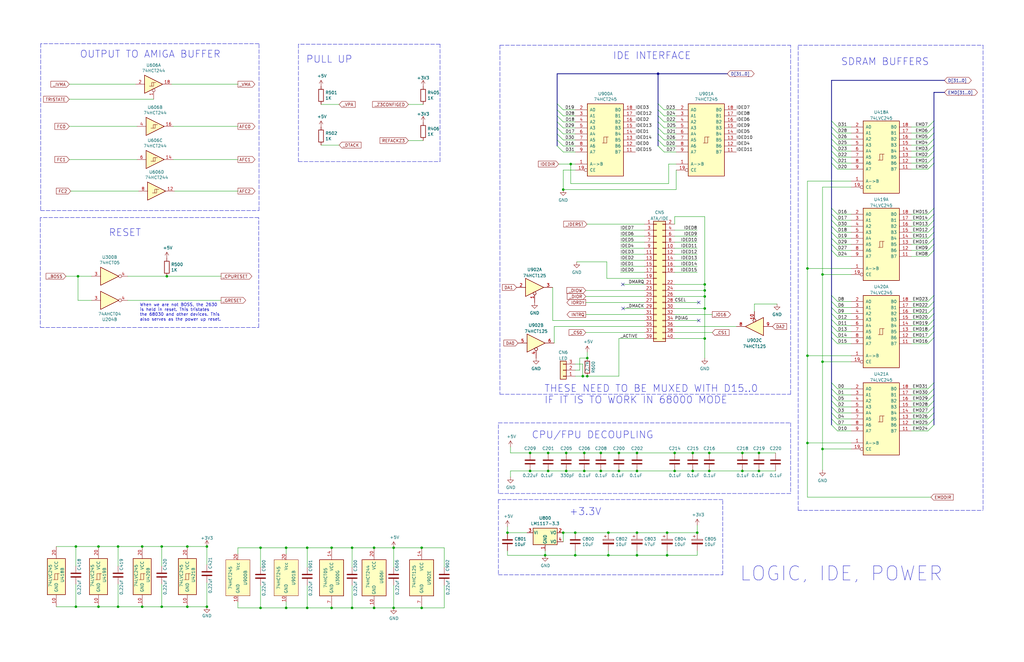
<source format=kicad_sch>
(kicad_sch (version 20211123) (generator eeschema)
  (paper "B")
  (title_block (title "Amiga N2630") (date "2022-05-31") (rev "2.0 QFP"))
  (junction (at 340.487 113.284))
  (junction (at 242.57 224.79))
  (junction (at 245.745 158.75))
  (junction (at 297.18 125.095))
  (junction (at 231.14 198.755))
  (junction (at 68.199 256.032))
  (junction (at 148.463 231.14))
  (junction (at 246.38 191.135))
  (junction (at 238.76 191.135))
  (junction (at 284.48 198.755))
  (junction (at 284.48 191.135))
  (junction (at 231.14 191.135))
  (junction (at 292.1 198.755))
  (junction (at 165.989 231.14))
  (junction (at 41.529 230.632))
  (junction (at 256.54 234.315))
  (junction (at 41.529 256.032))
  (junction (at 297.18 122.555))
  (junction (at 157.734 231.14))
  (junction (at 268.605 224.79))
  (junction (at 32.004 256.032))
  (junction (at 320.04 191.135))
  (junction (at 253.365 191.135))
  (junction (at 299.085 198.755))
  (junction (at 129.54 256.54))
  (junction (at 120.65 231.14))
  (junction (at 277.495 31.115))
  (junction (at 165.989 256.54))
  (junction (at 246.38 198.755))
  (junction (at 32.004 230.632))
  (junction (at 109.855 231.14))
  (junction (at 238.76 198.755))
  (junction (at 32.893 116.586))
  (junction (at 109.855 256.54))
  (junction (at 242.57 234.315))
  (junction (at 346.837 189.484))
  (junction (at 78.994 256.032))
  (junction (at 260.985 198.755))
  (junction (at 297.18 120.015))
  (junction (at 177.8 256.54))
  (junction (at 120.65 256.54))
  (junction (at 223.52 198.755))
  (junction (at 268.605 198.755))
  (junction (at 49.784 230.632))
  (junction (at 346.837 152.654))
  (junction (at 139.827 231.14))
  (junction (at 87.249 256.032))
  (junction (at 313.055 191.135))
  (junction (at 281.305 234.315))
  (junction (at 139.827 256.54))
  (junction (at 49.784 256.032))
  (junction (at 294.005 224.79))
  (junction (at 78.994 230.632))
  (junction (at 129.54 231.14))
  (junction (at 247.65 158.75))
  (junction (at 320.04 198.755))
  (junction (at 213.995 224.79))
  (junction (at 177.8 231.14))
  (junction (at 268.605 191.135))
  (junction (at 247.65 151.13))
  (junction (at 299.085 191.135))
  (junction (at 87.249 230.632))
  (junction (at 148.463 256.54))
  (junction (at 297.18 142.875))
  (junction (at 340.487 186.944))
  (junction (at 237.49 80.01))
  (junction (at 157.734 256.54))
  (junction (at 340.487 150.114))
  (junction (at 292.1 191.135))
  (junction (at 256.54 224.79))
  (junction (at 297.18 130.175))
  (junction (at 346.837 115.824))
  (junction (at 313.055 198.755))
  (junction (at 268.605 234.315))
  (junction (at 229.87 234.315))
  (junction (at 59.944 256.032))
  (junction (at 59.944 230.632))
  (junction (at 237.49 224.79))
  (junction (at 240.665 69.215))
  (junction (at 70.358 116.586))
  (junction (at 253.365 198.755))
  (junction (at 281.305 224.79))
  (junction (at 68.199 230.632))
  (junction (at 260.985 191.135))
  (junction (at 223.52 191.135))
  (no_connect (at 294.64 127.635))
  (no_connect (at 294.64 135.255))
  (no_connect (at 262.763 130.175))
  (no_connect (at 262.636 120.015))
  (bus_entry (at 353.187 139.954) (size -2.54 -2.54))
  (bus_entry (at 277.495 48.895) (size 2.54 2.54))
  (bus_entry (at 277.495 46.355) (size 2.54 2.54))
  (bus_entry (at 277.495 43.815) (size 2.54 2.54))
  (bus_entry (at 277.495 61.595) (size 2.54 2.54))
  (bus_entry (at 277.495 59.055) (size 2.54 2.54))
  (bus_entry (at 277.495 56.515) (size 2.54 2.54))
  (bus_entry (at 277.495 53.975) (size 2.54 2.54))
  (bus_entry (at 277.495 51.435) (size 2.54 2.54))
  (bus_entry (at 353.187 164.084) (size -2.54 -2.54))
  (bus_entry (at 391.287 145.034) (size 2.54 -2.54))
  (bus_entry (at 391.287 166.624) (size 2.54 -2.54))
  (bus_entry (at 353.187 137.414) (size -2.54 -2.54))
  (bus_entry (at 391.287 164.084) (size 2.54 -2.54))
  (bus_entry (at 391.287 71.374) (size 2.54 -2.54))
  (bus_entry (at 353.187 142.494) (size -2.54 -2.54))
  (bus_entry (at 353.187 53.594) (size -2.54 -2.54))
  (bus_entry (at 353.187 129.794) (size -2.54 -2.54))
  (bus_entry (at 391.287 95.504) (size 2.54 -2.54))
  (bus_entry (at 391.287 103.124) (size 2.54 -2.54))
  (bus_entry (at 391.287 63.754) (size 2.54 -2.54))
  (bus_entry (at 391.287 169.164) (size 2.54 -2.54))
  (bus_entry (at 353.187 103.124) (size -2.54 -2.54))
  (bus_entry (at 391.287 98.044) (size 2.54 -2.54))
  (bus_entry (at 391.287 61.214) (size 2.54 -2.54))
  (bus_entry (at 391.287 127.254) (size 2.54 -2.54))
  (bus_entry (at 353.187 71.374) (size -2.54 -2.54))
  (bus_entry (at 353.187 169.164) (size -2.54 -2.54))
  (bus_entry (at 391.287 66.294) (size 2.54 -2.54))
  (bus_entry (at 353.187 100.584) (size -2.54 -2.54))
  (bus_entry (at 391.287 132.334) (size 2.54 -2.54))
  (bus_entry (at 391.287 142.494) (size 2.54 -2.54))
  (bus_entry (at 391.287 53.594) (size 2.54 -2.54))
  (bus_entry (at 353.187 90.424) (size -2.54 -2.54))
  (bus_entry (at 353.187 166.624) (size -2.54 -2.54))
  (bus_entry (at 353.187 108.204) (size -2.54 -2.54))
  (bus_entry (at 391.287 68.834) (size 2.54 -2.54))
  (bus_entry (at 353.187 95.504) (size -2.54 -2.54))
  (bus_entry (at 391.287 105.664) (size 2.54 -2.54))
  (bus_entry (at 391.287 171.704) (size 2.54 -2.54))
  (bus_entry (at 353.187 132.334) (size -2.54 -2.54))
  (bus_entry (at 391.287 137.414) (size 2.54 -2.54))
  (bus_entry (at 353.187 61.214) (size -2.54 -2.54))
  (bus_entry (at 391.287 108.204) (size 2.54 -2.54))
  (bus_entry (at 353.187 145.034) (size -2.54 -2.54))
  (bus_entry (at 353.187 127.254) (size -2.54 -2.54))
  (bus_entry (at 353.187 63.754) (size -2.54 -2.54))
  (bus_entry (at 353.187 134.874) (size -2.54 -2.54))
  (bus_entry (at 391.287 58.674) (size 2.54 -2.54))
  (bus_entry (at 353.187 68.834) (size -2.54 -2.54))
  (bus_entry (at 391.287 174.244) (size 2.54 -2.54))
  (bus_entry (at 391.287 181.864) (size 2.54 -2.54))
  (bus_entry (at 391.287 179.324) (size 2.54 -2.54))
  (bus_entry (at 391.287 176.784) (size 2.54 -2.54))
  (bus_entry (at 391.287 90.424) (size 2.54 -2.54))
  (bus_entry (at 353.187 92.964) (size -2.54 -2.54))
  (bus_entry (at 353.187 56.134) (size -2.54 -2.54))
  (bus_entry (at 353.187 181.864) (size -2.54 -2.54))
  (bus_entry (at 353.187 66.294) (size -2.54 -2.54))
  (bus_entry (at 353.187 179.324) (size -2.54 -2.54))
  (bus_entry (at 234.95 61.595) (size 2.54 2.54))
  (bus_entry (at 234.95 59.055) (size 2.54 2.54))
  (bus_entry (at 234.95 56.515) (size 2.54 2.54))
  (bus_entry (at 234.95 53.975) (size 2.54 2.54))
  (bus_entry (at 234.95 43.815) (size 2.54 2.54))
  (bus_entry (at 234.95 51.435) (size 2.54 2.54))
  (bus_entry (at 234.95 48.895) (size 2.54 2.54))
  (bus_entry (at 234.95 46.355) (size 2.54 2.54))
  (bus_entry (at 391.287 139.954) (size 2.54 -2.54))
  (bus_entry (at 353.187 174.244) (size -2.54 -2.54))
  (bus_entry (at 391.287 56.134) (size 2.54 -2.54))
  (bus_entry (at 353.187 98.044) (size -2.54 -2.54))
  (bus_entry (at 391.287 134.874) (size 2.54 -2.54))
  (bus_entry (at 353.187 105.664) (size -2.54 -2.54))
  (bus_entry (at 353.187 58.674) (size -2.54 -2.54))
  (bus_entry (at 353.187 171.704) (size -2.54 -2.54))
  (bus_entry (at 353.187 176.784) (size -2.54 -2.54))
  (bus_entry (at 391.287 100.584) (size 2.54 -2.54))
  (bus_entry (at 391.287 92.964) (size 2.54 -2.54))
  (bus_entry (at 391.287 129.794) (size 2.54 -2.54))
  (wire (pts (xy 384.302 127.254) (xy 391.287 127.254)))
  (wire (pts (xy 148.463 256.54) (xy 157.734 256.54)))
  (wire (pts (xy 41.529 256.032) (xy 49.784 256.032)))
  (wire (pts (xy 244.475 156.21) (xy 244.475 151.13)))
  (wire (pts (xy 281.94 77.47) (xy 240.665 77.47)))
  (wire (pts (xy 384.302 179.324) (xy 391.287 179.324)))
  (wire (pts (xy 247.65 151.13) (xy 247.65 148.59)))
  (bus (pts (xy 350.647 124.714) (xy 350.647 105.664)))
  (bus (pts (xy 350.647 174.244) (xy 350.647 171.704)))
  (wire (pts (xy 353.187 164.084) (xy 358.902 164.084)))
  (wire (pts (xy 280.035 51.435) (xy 285.115 51.435)))
  (wire (pts (xy 327.66 128.27) (xy 318.135 128.27)))
  (wire (pts (xy 242.57 153.67) (xy 245.745 153.67)))
  (bus (pts (xy 393.827 127.254) (xy 393.827 124.714)))
  (wire (pts (xy 353.187 53.594) (xy 358.902 53.594)))
  (polyline (pts (xy 333.375 208.28) (xy 210.185 208.28)))
  (wire (pts (xy 284.48 114.935) (xy 294.005 114.935)))
  (bus (pts (xy 234.95 48.895) (xy 234.95 46.355)))
  (wire (pts (xy 213.995 234.315) (xy 229.87 234.315)))
  (polyline (pts (xy 414.528 19.05) (xy 414.528 215.392)))
  (wire (pts (xy 353.187 71.374) (xy 358.902 71.374)))
  (wire (pts (xy 235.585 69.215) (xy 240.665 69.215)))
  (wire (pts (xy 285.115 69.215) (xy 281.94 69.215)))
  (polyline (pts (xy 336.55 215.392) (xy 414.528 215.392)))
  (wire (pts (xy 237.49 228.6) (xy 237.49 224.79)))
  (wire (pts (xy 129.54 231.14) (xy 129.54 239.395)))
  (wire (pts (xy 384.302 166.624) (xy 391.287 166.624)))
  (polyline (pts (xy 336.55 19.05) (xy 414.528 19.05)))
  (bus (pts (xy 393.827 161.544) (xy 393.827 142.494)))
  (wire (pts (xy 284.48 130.175) (xy 297.18 130.175)))
  (bus (pts (xy 393.827 169.164) (xy 393.827 166.624)))
  (wire (pts (xy 260.985 198.755) (xy 253.365 198.755)))
  (wire (pts (xy 23.749 256.032) (xy 32.004 256.032)))
  (bus (pts (xy 393.827 105.664) (xy 393.827 103.124)))
  (wire (pts (xy 165.989 247.015) (xy 165.989 256.54)))
  (wire (pts (xy 73.66 80.645) (xy 100.33 80.645)))
  (bus (pts (xy 393.827 56.134) (xy 393.827 53.594)))
  (wire (pts (xy 238.76 191.135) (xy 231.14 191.135)))
  (bus (pts (xy 350.647 98.044) (xy 350.647 95.504)))
  (polyline (pts (xy 185.547 18.669) (xy 125.857 18.669)))
  (wire (pts (xy 346.837 115.824) (xy 358.902 115.824)))
  (bus (pts (xy 393.827 132.334) (xy 393.827 129.794)))
  (bus (pts (xy 393.827 95.504) (xy 393.827 92.964)))
  (wire (pts (xy 32.004 256.032) (xy 41.529 256.032)))
  (wire (pts (xy 32.893 116.586) (xy 32.893 126.746)))
  (wire (pts (xy 148.463 231.14) (xy 157.734 231.14)))
  (wire (pts (xy 157.734 256.54) (xy 165.989 256.54)))
  (wire (pts (xy 280.035 46.355) (xy 285.115 46.355)))
  (wire (pts (xy 294.005 232.41) (xy 294.005 234.315)))
  (wire (pts (xy 346.837 115.824) (xy 346.837 152.654)))
  (wire (pts (xy 297.18 130.175) (xy 297.18 142.875)))
  (bus (pts (xy 350.647 179.324) (xy 350.647 176.784)))
  (wire (pts (xy 260.985 142.875) (xy 260.985 158.75)))
  (wire (pts (xy 384.302 95.504) (xy 391.287 95.504)))
  (polyline (pts (xy 109.093 138.176) (xy 109.093 91.821)))
  (wire (pts (xy 292.1 198.755) (xy 299.085 198.755)))
  (wire (pts (xy 247.015 127.635) (xy 271.78 127.635)))
  (wire (pts (xy 353.187 103.124) (xy 358.902 103.124)))
  (wire (pts (xy 129.54 256.54) (xy 139.827 256.54)))
  (bus (pts (xy 350.647 105.664) (xy 350.647 103.124)))
  (bus (pts (xy 393.827 176.784) (xy 393.827 174.244)))
  (wire (pts (xy 143.002 44.069) (xy 135.382 44.069)))
  (wire (pts (xy 255.905 117.475) (xy 271.78 117.475)))
  (wire (pts (xy 353.187 58.674) (xy 358.902 58.674)))
  (bus (pts (xy 234.95 31.115) (xy 277.495 31.115)))
  (polyline (pts (xy 210.82 166.37) (xy 333.375 166.37)))
  (polyline (pts (xy 210.185 208.28) (xy 210.185 178.435)))
  (wire (pts (xy 353.187 68.834) (xy 358.902 68.834)))
  (polyline (pts (xy 210.82 19.05) (xy 333.375 19.05)))
  (wire (pts (xy 32.004 230.632) (xy 23.749 230.632)))
  (bus (pts (xy 350.647 166.624) (xy 350.647 164.084)))
  (bus (pts (xy 393.827 51.054) (xy 393.827 38.989)))
  (wire (pts (xy 87.249 230.632) (xy 78.994 230.632)))
  (wire (pts (xy 384.302 66.294) (xy 391.287 66.294)))
  (wire (pts (xy 87.249 256.032) (xy 87.249 245.872)))
  (wire (pts (xy 346.837 78.994) (xy 346.837 115.824)))
  (bus (pts (xy 350.647 103.124) (xy 350.647 100.584)))
  (wire (pts (xy 384.302 181.864) (xy 391.287 181.864)))
  (wire (pts (xy 284.48 127.635) (xy 294.64 127.635)))
  (wire (pts (xy 109.855 247.015) (xy 109.855 256.54)))
  (wire (pts (xy 284.48 140.335) (xy 300.355 140.335)))
  (wire (pts (xy 284.48 109.855) (xy 294.005 109.855)))
  (wire (pts (xy 353.187 179.324) (xy 358.902 179.324)))
  (wire (pts (xy 261.62 102.235) (xy 271.78 102.235)))
  (wire (pts (xy 384.302 134.874) (xy 391.287 134.874)))
  (wire (pts (xy 268.605 191.135) (xy 284.48 191.135)))
  (wire (pts (xy 240.665 69.215) (xy 242.57 69.215)))
  (wire (pts (xy 64.77 41.91) (xy 29.21 41.91)))
  (wire (pts (xy 281.305 234.315) (xy 268.605 234.315)))
  (wire (pts (xy 53.848 126.746) (xy 93.218 126.746)))
  (wire (pts (xy 100.33 231.14) (xy 109.855 231.14)))
  (wire (pts (xy 340.487 113.284) (xy 340.487 150.114)))
  (wire (pts (xy 68.199 230.632) (xy 68.199 238.887)))
  (bus (pts (xy 393.827 179.324) (xy 393.827 176.784)))
  (wire (pts (xy 223.52 191.135) (xy 215.265 191.135)))
  (bus (pts (xy 234.95 43.815) (xy 234.95 31.115)))
  (wire (pts (xy 68.199 246.507) (xy 68.199 256.032)))
  (wire (pts (xy 242.57 156.21) (xy 244.475 156.21)))
  (wire (pts (xy 49.784 230.632) (xy 49.784 238.887)))
  (wire (pts (xy 139.827 231.14) (xy 148.463 231.14)))
  (bus (pts (xy 350.647 139.954) (xy 350.647 137.414)))
  (wire (pts (xy 237.49 224.79) (xy 242.57 224.79)))
  (bus (pts (xy 350.647 142.494) (xy 350.647 139.954)))
  (wire (pts (xy 320.04 191.135) (xy 313.055 191.135)))
  (wire (pts (xy 255.905 110.49) (xy 255.905 117.475)))
  (bus (pts (xy 234.95 46.355) (xy 234.95 43.815)))
  (bus (pts (xy 350.647 95.504) (xy 350.647 92.964)))
  (polyline (pts (xy 109.22 88.9) (xy 109.22 18.415)))
  (wire (pts (xy 187.325 247.015) (xy 187.325 256.54)))
  (wire (pts (xy 242.57 158.75) (xy 245.745 158.75)))
  (bus (pts (xy 277.495 59.055) (xy 277.495 56.515)))
  (bus (pts (xy 350.647 129.794) (xy 350.647 127.254)))
  (wire (pts (xy 353.187 134.874) (xy 358.902 134.874)))
  (wire (pts (xy 215.265 198.755) (xy 215.265 201.295)))
  (polyline (pts (xy 210.82 19.05) (xy 210.82 166.37)))
  (bus (pts (xy 277.495 51.435) (xy 277.495 48.895)))
  (wire (pts (xy 268.605 198.755) (xy 284.48 198.755)))
  (wire (pts (xy 384.302 108.204) (xy 391.287 108.204)))
  (wire (pts (xy 281.305 224.79) (xy 294.005 224.79)))
  (bus (pts (xy 393.827 124.714) (xy 393.827 105.664)))
  (wire (pts (xy 284.48 99.695) (xy 294.005 99.695)))
  (wire (pts (xy 68.199 230.632) (xy 59.944 230.632)))
  (wire (pts (xy 384.302 169.164) (xy 391.287 169.164)))
  (wire (pts (xy 68.199 256.032) (xy 78.994 256.032)))
  (wire (pts (xy 384.302 171.704) (xy 391.287 171.704)))
  (wire (pts (xy 346.837 152.654) (xy 358.902 152.654)))
  (wire (pts (xy 284.48 104.775) (xy 294.005 104.775)))
  (wire (pts (xy 353.187 63.754) (xy 358.902 63.754)))
  (wire (pts (xy 284.48 198.755) (xy 292.1 198.755)))
  (wire (pts (xy 229.87 232.41) (xy 229.87 234.315)))
  (wire (pts (xy 284.48 132.715) (xy 300.355 132.715)))
  (wire (pts (xy 237.49 59.055) (xy 242.57 59.055)))
  (wire (pts (xy 340.487 76.454) (xy 340.487 113.284)))
  (wire (pts (xy 148.463 247.015) (xy 148.463 256.54)))
  (wire (pts (xy 340.487 150.114) (xy 358.902 150.114)))
  (bus (pts (xy 393.827 87.884) (xy 393.827 68.834)))
  (wire (pts (xy 284.48 94.615) (xy 284.48 91.44)))
  (wire (pts (xy 384.302 174.244) (xy 391.287 174.244)))
  (wire (pts (xy 72.39 35.56) (xy 100.33 35.56)))
  (wire (pts (xy 384.302 137.414) (xy 391.287 137.414)))
  (wire (pts (xy 284.48 107.315) (xy 294.005 107.315)))
  (wire (pts (xy 59.944 230.632) (xy 49.784 230.632)))
  (bus (pts (xy 234.95 51.435) (xy 234.95 48.895)))
  (bus (pts (xy 234.95 61.595) (xy 234.95 59.055)))
  (wire (pts (xy 213.995 232.41) (xy 213.995 234.315)))
  (wire (pts (xy 384.302 139.954) (xy 391.287 139.954)))
  (bus (pts (xy 350.647 53.594) (xy 350.647 51.054)))
  (wire (pts (xy 100.33 256.54) (xy 109.855 256.54)))
  (wire (pts (xy 139.827 256.54) (xy 148.463 256.54)))
  (wire (pts (xy 237.49 51.435) (xy 242.57 51.435)))
  (wire (pts (xy 268.605 191.135) (xy 260.985 191.135)))
  (bus (pts (xy 393.827 100.584) (xy 393.827 98.044)))
  (wire (pts (xy 223.52 198.755) (xy 231.14 198.755)))
  (polyline (pts (xy 109.093 91.821) (xy 17.018 91.821)))
  (wire (pts (xy 353.187 174.244) (xy 358.902 174.244)))
  (polyline (pts (xy 17.018 91.821) (xy 17.018 138.176)))
  (wire (pts (xy 245.745 158.75) (xy 247.65 158.75)))
  (bus (pts (xy 350.647 100.584) (xy 350.647 98.044)))
  (polyline (pts (xy 304.8 242.57) (xy 304.8 210.82)))
  (bus (pts (xy 277.495 43.815) (xy 277.495 31.115)))
  (wire (pts (xy 261.62 114.935) (xy 271.78 114.935)))
  (wire (pts (xy 58.42 80.645) (xy 29.845 80.645)))
  (wire (pts (xy 297.18 120.015) (xy 297.18 122.555)))
  (wire (pts (xy 313.055 198.755) (xy 320.04 198.755)))
  (wire (pts (xy 165.989 239.395) (xy 165.989 231.14)))
  (wire (pts (xy 261.62 107.315) (xy 271.78 107.315)))
  (bus (pts (xy 234.95 53.975) (xy 234.95 51.435)))
  (wire (pts (xy 260.985 142.875) (xy 271.78 142.875)))
  (wire (pts (xy 384.302 145.034) (xy 391.287 145.034)))
  (bus (pts (xy 393.827 142.494) (xy 393.827 139.954)))
  (wire (pts (xy 243.205 110.49) (xy 255.905 110.49)))
  (wire (pts (xy 242.57 224.79) (xy 256.54 224.79)))
  (bus (pts (xy 393.827 53.594) (xy 393.827 51.054)))
  (wire (pts (xy 120.65 254) (xy 120.65 256.54)))
  (polyline (pts (xy 333.375 178.435) (xy 333.375 208.28)))
  (wire (pts (xy 256.54 232.41) (xy 256.54 234.315)))
  (bus (pts (xy 277.495 53.975) (xy 277.495 51.435)))
  (polyline (pts (xy 17.018 138.176) (xy 109.093 138.176)))
  (bus (pts (xy 277.495 31.115) (xy 306.705 31.115)))
  (wire (pts (xy 358.902 78.994) (xy 346.837 78.994)))
  (wire (pts (xy 384.302 129.794) (xy 391.287 129.794)))
  (wire (pts (xy 353.187 100.584) (xy 358.902 100.584)))
  (wire (pts (xy 231.14 198.755) (xy 238.76 198.755)))
  (wire (pts (xy 353.187 98.044) (xy 358.902 98.044)))
  (wire (pts (xy 384.302 71.374) (xy 391.287 71.374)))
  (wire (pts (xy 261.62 109.855) (xy 271.78 109.855)))
  (bus (pts (xy 350.647 164.084) (xy 350.647 161.544)))
  (polyline (pts (xy 17.145 88.9) (xy 109.22 88.9)))
  (wire (pts (xy 353.187 127.254) (xy 358.902 127.254)))
  (wire (pts (xy 280.035 64.135) (xy 285.115 64.135)))
  (wire (pts (xy 353.187 108.204) (xy 358.902 108.204)))
  (wire (pts (xy 294.005 224.79) (xy 294.005 221.615)))
  (wire (pts (xy 244.475 151.13) (xy 247.65 151.13)))
  (wire (pts (xy 247.523 94.615) (xy 271.78 94.615)))
  (bus (pts (xy 350.647 132.334) (xy 350.647 129.794)))
  (bus (pts (xy 393.827 68.834) (xy 393.827 66.294)))
  (bus (pts (xy 277.495 48.895) (xy 277.495 46.355)))
  (wire (pts (xy 256.54 224.79) (xy 268.605 224.79)))
  (wire (pts (xy 165.989 256.54) (xy 177.8 256.54)))
  (wire (pts (xy 340.487 186.944) (xy 358.902 186.944)))
  (wire (pts (xy 261.62 99.695) (xy 271.78 99.695)))
  (wire (pts (xy 237.49 80.01) (xy 285.115 80.01)))
  (polyline (pts (xy 125.857 68.199) (xy 185.547 68.199)))
  (wire (pts (xy 358.902 76.454) (xy 340.487 76.454)))
  (wire (pts (xy 233.68 137.795) (xy 233.68 144.78)))
  (wire (pts (xy 256.54 234.315) (xy 268.605 234.315)))
  (wire (pts (xy 32.004 246.507) (xy 32.004 256.032)))
  (wire (pts (xy 261.62 104.775) (xy 271.78 104.775)))
  (wire (pts (xy 280.035 53.975) (xy 285.115 53.975)))
  (wire (pts (xy 353.187 137.414) (xy 358.902 137.414)))
  (bus (pts (xy 393.827 129.794) (xy 393.827 127.254)))
  (bus (pts (xy 393.827 164.084) (xy 393.827 161.544)))
  (wire (pts (xy 59.944 256.032) (xy 68.199 256.032)))
  (wire (pts (xy 78.994 256.032) (xy 87.249 256.032)))
  (wire (pts (xy 229.87 234.315) (xy 242.57 234.315)))
  (wire (pts (xy 165.989 231.14) (xy 177.8 231.14)))
  (wire (pts (xy 70.358 116.586) (xy 93.218 116.586)))
  (wire (pts (xy 237.49 53.975) (xy 242.57 53.975)))
  (wire (pts (xy 261.62 97.155) (xy 271.78 97.155)))
  (wire (pts (xy 57.785 53.34) (xy 29.21 53.34)))
  (bus (pts (xy 393.827 61.214) (xy 393.827 58.674)))
  (bus (pts (xy 393.827 63.754) (xy 393.827 61.214)))
  (wire (pts (xy 57.15 35.56) (xy 29.21 35.56)))
  (bus (pts (xy 393.827 139.954) (xy 393.827 137.414)))
  (wire (pts (xy 384.302 100.584) (xy 391.287 100.584)))
  (wire (pts (xy 353.187 139.954) (xy 358.902 139.954)))
  (wire (pts (xy 253.365 191.135) (xy 246.38 191.135)))
  (wire (pts (xy 247.015 122.555) (xy 271.78 122.555)))
  (wire (pts (xy 129.54 231.14) (xy 139.827 231.14)))
  (wire (pts (xy 297.18 122.555) (xy 297.18 125.095)))
  (wire (pts (xy 353.187 95.504) (xy 358.902 95.504)))
  (bus (pts (xy 234.95 56.515) (xy 234.95 53.975)))
  (bus (pts (xy 350.647 127.254) (xy 350.647 124.714)))
  (wire (pts (xy 57.785 67.31) (xy 29.21 67.31)))
  (bus (pts (xy 277.495 46.355) (xy 277.495 43.815)))
  (bus (pts (xy 350.647 87.884) (xy 350.647 68.834)))
  (wire (pts (xy 284.48 122.555) (xy 297.18 122.555)))
  (bus (pts (xy 393.827 137.414) (xy 393.827 134.874)))
  (wire (pts (xy 78.994 230.632) (xy 68.199 230.632)))
  (wire (pts (xy 353.187 56.134) (xy 358.902 56.134)))
  (wire (pts (xy 238.76 198.755) (xy 246.38 198.755)))
  (wire (pts (xy 294.005 234.315) (xy 281.305 234.315)))
  (wire (pts (xy 109.855 231.14) (xy 109.855 239.395)))
  (wire (pts (xy 73.025 67.31) (xy 100.33 67.31)))
  (wire (pts (xy 353.187 142.494) (xy 358.902 142.494)))
  (wire (pts (xy 284.48 142.875) (xy 297.18 142.875)))
  (polyline (pts (xy 210.185 242.57) (xy 304.8 242.57)))
  (polyline (pts (xy 210.185 178.435) (xy 333.375 178.435)))
  (wire (pts (xy 353.187 169.164) (xy 358.902 169.164)))
  (wire (pts (xy 353.187 176.784) (xy 358.902 176.784)))
  (wire (pts (xy 53.848 116.586) (xy 70.358 116.586)))
  (bus (pts (xy 393.827 90.424) (xy 393.827 87.884)))
  (wire (pts (xy 353.187 171.704) (xy 358.902 171.704)))
  (wire (pts (xy 120.65 231.14) (xy 129.54 231.14)))
  (wire (pts (xy 284.48 102.235) (xy 294.005 102.235)))
  (wire (pts (xy 384.302 98.044) (xy 391.287 98.044)))
  (wire (pts (xy 292.1 191.135) (xy 299.085 191.135)))
  (bus (pts (xy 350.647 66.294) (xy 350.647 63.754)))
  (wire (pts (xy 237.49 71.755) (xy 237.49 80.01)))
  (wire (pts (xy 384.302 63.754) (xy 391.287 63.754)))
  (wire (pts (xy 120.65 231.14) (xy 120.65 233.68)))
  (bus (pts (xy 393.827 58.674) (xy 393.827 56.134)))
  (wire (pts (xy 284.48 91.44) (xy 297.18 91.44)))
  (wire (pts (xy 262.763 130.175) (xy 271.78 130.175)))
  (wire (pts (xy 120.65 256.54) (xy 129.54 256.54)))
  (wire (pts (xy 187.325 256.54) (xy 177.8 256.54)))
  (wire (pts (xy 268.605 198.755) (xy 260.985 198.755)))
  (wire (pts (xy 247.015 132.715) (xy 271.78 132.715)))
  (polyline (pts (xy 304.8 210.82) (xy 210.185 210.82)))
  (wire (pts (xy 246.38 191.135) (xy 238.76 191.135)))
  (wire (pts (xy 280.035 61.595) (xy 285.115 61.595)))
  (bus (pts (xy 350.647 161.544) (xy 350.647 142.494)))
  (wire (pts (xy 223.52 198.755) (xy 215.265 198.755)))
  (bus (pts (xy 393.827 166.624) (xy 393.827 164.084)))
  (wire (pts (xy 172.212 44.069) (xy 178.435 44.069)))
  (bus (pts (xy 277.495 56.515) (xy 277.495 53.975)))
  (wire (pts (xy 280.035 59.055) (xy 285.115 59.055)))
  (wire (pts (xy 32.893 116.586) (xy 27.813 116.586)))
  (wire (pts (xy 233.045 135.255) (xy 271.78 135.255)))
  (wire (pts (xy 268.605 234.315) (xy 268.605 232.41)))
  (wire (pts (xy 260.985 191.135) (xy 253.365 191.135)))
  (wire (pts (xy 87.249 238.252) (xy 87.249 230.632)))
  (wire (pts (xy 41.529 230.632) (xy 32.004 230.632)))
  (wire (pts (xy 353.187 61.214) (xy 358.902 61.214)))
  (wire (pts (xy 353.187 129.794) (xy 358.902 129.794)))
  (wire (pts (xy 353.187 181.864) (xy 358.902 181.864)))
  (wire (pts (xy 281.305 232.41) (xy 281.305 234.315)))
  (bus (pts (xy 393.827 103.124) (xy 393.827 100.584)))
  (wire (pts (xy 353.187 92.964) (xy 358.902 92.964)))
  (wire (pts (xy 284.48 137.795) (xy 310.515 137.795)))
  (polyline (pts (xy 109.22 18.415) (xy 17.145 18.415)))
  (polyline (pts (xy 336.55 215.392) (xy 336.55 19.05)))
  (wire (pts (xy 242.57 234.315) (xy 242.57 232.41)))
  (bus (pts (xy 350.647 51.054) (xy 350.647 33.909)))
  (wire (pts (xy 237.49 56.515) (xy 242.57 56.515)))
  (wire (pts (xy 143.002 61.214) (xy 135.382 61.214)))
  (wire (pts (xy 284.48 97.155) (xy 294.005 97.155)))
  (wire (pts (xy 213.995 224.79) (xy 213.995 222.25)))
  (wire (pts (xy 187.325 239.395) (xy 187.325 231.14)))
  (wire (pts (xy 148.463 239.395) (xy 148.463 231.14)))
  (wire (pts (xy 353.187 90.424) (xy 358.902 90.424)))
  (bus (pts (xy 393.827 134.874) (xy 393.827 132.334)))
  (wire (pts (xy 73.025 53.34) (xy 100.33 53.34)))
  (wire (pts (xy 384.302 68.834) (xy 391.287 68.834)))
  (bus (pts (xy 350.647 90.424) (xy 350.647 87.884)))
  (wire (pts (xy 237.49 46.355) (xy 242.57 46.355)))
  (wire (pts (xy 384.302 176.784) (xy 391.287 176.784)))
  (wire (pts (xy 231.14 191.135) (xy 223.52 191.135)))
  (wire (pts (xy 384.302 56.134) (xy 391.287 56.134)))
  (wire (pts (xy 49.784 246.507) (xy 49.784 256.032)))
  (wire (pts (xy 247.65 158.75) (xy 260.985 158.75)))
  (wire (pts (xy 384.302 103.124) (xy 391.287 103.124)))
  (wire (pts (xy 242.57 234.315) (xy 256.54 234.315)))
  (wire (pts (xy 353.187 66.294) (xy 358.902 66.294)))
  (wire (pts (xy 100.33 231.14) (xy 100.33 233.68)))
  (wire (pts (xy 340.487 209.804) (xy 392.557 209.804)))
  (wire (pts (xy 129.54 247.015) (xy 129.54 256.54)))
  (wire (pts (xy 384.302 58.674) (xy 391.287 58.674)))
  (wire (pts (xy 172.212 59.309) (xy 178.435 59.309)))
  (wire (pts (xy 187.325 231.14) (xy 177.8 231.14)))
  (bus (pts (xy 393.827 171.704) (xy 393.827 169.164)))
  (wire (pts (xy 247.015 125.095) (xy 271.78 125.095)))
  (wire (pts (xy 271.78 137.795) (xy 233.68 137.795)))
  (wire (pts (xy 246.38 198.755) (xy 253.365 198.755)))
  (wire (pts (xy 222.25 224.79) (xy 213.995 224.79)))
  (bus (pts (xy 393.827 174.244) (xy 393.827 171.704)))
  (bus (pts (xy 393.827 98.044) (xy 393.827 95.504)))
  (polyline (pts (xy 185.547 68.199) (xy 185.547 18.669)))
  (wire (pts (xy 262.636 120.015) (xy 271.78 120.015)))
  (wire (pts (xy 281.94 69.215) (xy 281.94 77.47)))
  (wire (pts (xy 384.302 61.214) (xy 391.287 61.214)))
  (wire (pts (xy 297.18 142.875) (xy 297.18 151.13)))
  (bus (pts (xy 350.647 176.784) (xy 350.647 174.244)))
  (bus (pts (xy 350.647 58.674) (xy 350.647 56.134)))
  (bus (pts (xy 393.827 38.989) (xy 398.272 38.989)))
  (polyline (pts (xy 333.375 166.37) (xy 333.375 19.05)))
  (wire (pts (xy 261.62 112.395) (xy 271.78 112.395)))
  (wire (pts (xy 284.48 120.015) (xy 297.18 120.015)))
  (wire (pts (xy 237.49 64.135) (xy 242.57 64.135)))
  (wire (pts (xy 284.48 191.135) (xy 292.1 191.135)))
  (wire (pts (xy 340.487 186.944) (xy 340.487 209.804)))
  (wire (pts (xy 38.608 126.746) (xy 32.893 126.746)))
  (wire (pts (xy 49.784 230.632) (xy 41.529 230.632)))
  (wire (pts (xy 100.33 254) (xy 100.33 256.54)))
  (wire (pts (xy 346.837 152.654) (xy 346.837 189.484)))
  (wire (pts (xy 318.135 128.27) (xy 318.135 131.445)))
  (wire (pts (xy 353.187 166.624) (xy 358.902 166.624)))
  (wire (pts (xy 38.608 116.586) (xy 32.893 116.586)))
  (wire (pts (xy 237.49 61.595) (xy 242.57 61.595)))
  (wire (pts (xy 109.855 256.54) (xy 120.65 256.54)))
  (wire (pts (xy 353.187 132.334) (xy 358.902 132.334)))
  (wire (pts (xy 353.187 105.664) (xy 358.902 105.664)))
  (bus (pts (xy 350.647 169.164) (xy 350.647 166.624)))
  (wire (pts (xy 32.004 230.632) (xy 32.004 238.887)))
  (bus (pts (xy 277.495 61.595) (xy 277.495 59.055)))
  (wire (pts (xy 284.48 112.395) (xy 294.005 112.395)))
  (wire (pts (xy 245.745 153.67) (xy 245.745 158.75)))
  (wire (pts (xy 247.015 140.335) (xy 271.78 140.335)))
  (bus (pts (xy 393.827 66.294) (xy 393.827 63.754)))
  (wire (pts (xy 109.855 231.14) (xy 120.65 231.14)))
  (bus (pts (xy 350.647 134.874) (xy 350.647 132.334)))
  (wire (pts (xy 384.302 53.594) (xy 391.287 53.594)))
  (wire (pts (xy 340.487 113.284) (xy 358.902 113.284)))
  (wire (pts (xy 233.045 135.255) (xy 233.045 121.285)))
  (wire (pts (xy 237.49 71.755) (xy 242.57 71.755)))
  (wire (pts (xy 346.837 189.484) (xy 358.902 189.484)))
  (bus (pts (xy 350.647 33.909) (xy 398.272 33.909)))
  (bus (pts (xy 350.647 137.414) (xy 350.647 134.874)))
  (wire (pts (xy 320.04 198.755) (xy 327.025 198.755)))
  (bus (pts (xy 350.647 63.754) (xy 350.647 61.214)))
  (polyline (pts (xy 17.145 18.415) (xy 17.145 88.9)))
  (wire (pts (xy 384.302 142.494) (xy 391.287 142.494)))
  (bus (pts (xy 350.647 68.834) (xy 350.647 66.294)))
  (wire (pts (xy 215.265 191.135) (xy 215.265 188.595)))
  (bus (pts (xy 350.647 61.214) (xy 350.647 58.674)))
  (wire (pts (xy 280.035 56.515) (xy 285.115 56.515)))
  (bus (pts (xy 234.95 59.055) (xy 234.95 56.515)))
  (wire (pts (xy 297.18 91.44) (xy 297.18 120.015)))
  (wire (pts (xy 384.302 92.964) (xy 391.287 92.964)))
  (bus (pts (xy 393.827 92.964) (xy 393.827 90.424)))
  (polyline (pts (xy 210.185 210.82) (xy 210.185 242.57)))
  (wire (pts (xy 384.302 132.334) (xy 391.287 132.334)))
  (bus (pts (xy 350.647 56.134) (xy 350.647 53.594)))
  (wire (pts (xy 49.784 256.032) (xy 59.944 256.032)))
  (wire (pts (xy 157.734 231.14) (xy 165.989 231.14)))
  (wire (pts (xy 240.665 77.47) (xy 240.665 69.215)))
  (wire (pts (xy 346.837 189.484) (xy 346.837 198.374)))
  (wire (pts (xy 353.187 145.034) (xy 358.902 145.034)))
  (wire (pts (xy 284.48 135.255) (xy 294.64 135.255)))
  (wire (pts (xy 327.025 191.135) (xy 320.04 191.135)))
  (wire (pts (xy 384.302 105.664) (xy 391.287 105.664)))
  (wire (pts (xy 384.302 90.424) (xy 391.287 90.424)))
  (wire (pts (xy 297.18 125.095) (xy 297.18 130.175)))
  (wire (pts (xy 237.49 48.895) (xy 242.57 48.895)))
  (wire (pts (xy 340.487 150.114) (xy 340.487 186.944)))
  (wire (pts (xy 299.085 198.755) (xy 313.055 198.755)))
  (wire (pts (xy 268.605 224.79) (xy 281.305 224.79)))
  (wire (pts (xy 384.302 164.084) (xy 391.287 164.084)))
  (wire (pts (xy 285.115 80.01) (xy 285.115 71.755)))
  (wire (pts (xy 280.035 48.895) (xy 285.115 48.895)))
  (wire (pts (xy 299.085 191.135) (xy 313.055 191.135)))
  (wire (pts (xy 284.48 125.095) (xy 297.18 125.095)))
  (polyline (pts (xy 125.857 18.669) (xy 125.857 68.199)))
  (bus (pts (xy 350.647 171.704) (xy 350.647 169.164)))
  (bus (pts (xy 350.647 92.964) (xy 350.647 90.424)))
  (text "THESE NEED TO BE MUXED WITH D15..0\nIF IT IS TO WORK IN 68000 MODE" (at 229.489 170.688 0) (effects (font (size 3 3)) (justify left bottom)))
  (text "IDE INTERFACE" (at 258.445 25.4 0) (effects (font (size 3 3)) (justify left bottom)))
  (text "PULL UP" (at 129.032 26.924 0) (effects (font (size 2.9972 2.9972)) (justify left bottom)))
  (text "RESET" (at 59.563 100.076 180) (effects (font (size 2.9972 2.9972)) (justify right bottom)))
  (text "CPU/FPU DECOUPLING" (at 224.155 185.42 0) (effects (font (size 2.9972 2.9972)) (justify left bottom)))
  (text "LOGIC, IDE, POWER" (at 311.785 245.745 0) (effects (font (size 6 6)) (justify left bottom)))
  (text "When we are not BOSS, the 2630\nis held in reset. This tristates \nthe 68030 and other devices. This\nalso serves as the power up reset." (at 58.928 135.636 0) (effects (font (size 1.27 1.27)) (justify left bottom)))
  (text "OUTPUT TO AMIGA BUFFER" (at 33.655 24.765 0) (effects (font (size 2.9972 2.9972)) (justify left bottom)))
  (text "SDRAM BUFFERS" (at 354.584 27.94 0) (effects (font (size 3 3)) (justify left bottom)))
  (text "+3.3V" (at 240.03 217.805 0) (effects (font (size 2.9972 2.9972)) (justify left bottom)))
  (label "CSEL" (at 284.48 127.635 0))
  (label "D20" (at 284.734 61.595 180))
  (label "D18" (at 353.314 98.044 0))
  (label "EMD17" (at 391.287 142.494 180))
  (label "EMD16" (at 391.287 145.034 180))
  (label "PDIAG" (at 284.48 135.255 0))
  (label "D25" (at 353.314 61.214 0))
  (label "IDED11" (at 310.515 64.135 0))
  (label "D28" (at 242.316 48.895 180))
  (label "EMD18" (at 391.287 139.954 180))
  (label "IDED6" (at 261.62 99.695 0))
  (label "D13" (at 353.314 139.954 0))
  (label "IDED7" (at 310.515 46.355 0))
  (label "IDED4" (at 261.62 104.775 0))
  (label "D22" (at 284.861 51.435 180))
  (label "EMD11" (at 391.287 100.584 180))
  (label "D10" (at 353.314 181.864 0))
  (label "D8" (at 353.314 127.254 0))
  (label "D0" (at 353.314 164.084 0))
  (label "_ACTIVE" (at 261.62 142.875 0))
  (label "IDED15" (at 294.005 114.935 180))
  (label "IDED9" (at 310.515 53.975 0))
  (label "EMD13" (at 391.287 95.504 180))
  (label "EMD20" (at 391.287 134.874 180))
  (label "_DMACK" (at 271.653 130.175 180))
  (label "IDED9" (at 294.005 99.695 180))
  (label "EMD15" (at 391.287 90.424 180))
  (label "D22" (at 353.314 66.294 0))
  (label "IDED14" (at 267.97 59.055 0))
  (label "EMD30" (at 391.287 166.624 180))
  (label "IDED10" (at 310.515 59.055 0))
  (label "IDED3" (at 261.62 107.315 0))
  (label "D26" (at 284.861 59.055 180))
  (label "EMD12" (at 391.287 98.044 180))
  (label "IDED8" (at 294.005 97.155 180))
  (label "D27" (at 284.861 64.135 180))
  (label "EMD8" (at 391.287 108.204 180))
  (label "D7" (at 353.314 179.324 0))
  (label "IDED0" (at 267.97 61.595 0))
  (label "D29" (at 353.314 103.124 0))
  (label "EMD7" (at 391.287 53.594 180))
  (label "D19" (at 242.189 46.355 180))
  (label "IDED4" (at 310.515 61.595 0))
  (label "D19" (at 353.314 100.584 0))
  (label "IDED14" (at 294.005 112.395 180))
  (label "D5" (at 353.314 169.164 0))
  (label "D20" (at 353.314 71.374 0))
  (label "D21" (at 284.988 56.515 180))
  (label "D26" (at 353.314 58.674 0))
  (label "D31" (at 353.314 53.594 0))
  (label "D23" (at 353.314 63.754 0))
  (label "D15" (at 353.314 145.034 0))
  (label "IDED8" (at 310.515 48.895 0))
  (label "IDED3" (at 267.97 46.355 0))
  (label "D1" (at 353.314 166.624 0))
  (label "IDED15" (at 267.97 64.135 0))
  (label "IDED6" (at 310.515 51.435 0))
  (label "EMD10" (at 391.287 103.124 180))
  (label "EMD2" (at 391.287 66.294 180))
  (label "EMD26" (at 391.287 176.784 180))
  (label "IDED2" (at 261.62 109.855 0))
  (label "EMD31" (at 391.287 164.084 180))
  (label "EMD22" (at 391.287 129.794 180))
  (label "EMD29" (at 391.287 169.164 180))
  (label "D4" (at 353.314 176.784 0))
  (label "D17" (at 242.316 56.515 180))
  (label "D18" (at 242.316 51.435 180))
  (label "D31" (at 242.316 64.135 180))
  (label "D23" (at 284.734 46.355 180))
  (label "EMD1" (at 391.287 68.834 180))
  (label "D24" (at 284.861 48.895 180))
  (label "EMD19" (at 391.287 137.414 180))
  (label "IDED5" (at 310.515 56.515 0))
  (label "D9" (at 353.314 132.334 0))
  (label "IDED12" (at 267.97 48.895 0))
  (label "EMD21" (at 391.287 132.334 180))
  (label "EMD24" (at 391.287 181.864 180))
  (label "D30" (at 242.189 59.055 180))
  (label "EMD28" (at 391.287 171.704 180))
  (label "EMD9" (at 391.287 105.664 180))
  (label "DMARQ" (at 271.653 120.015 180))
  (label "D27" (at 353.314 105.664 0))
  (label "D25" (at 284.988 53.975 180))
  (label "EMD3" (at 391.287 63.754 180))
  (label "D24" (at 353.314 108.204 0))
  (label "EMD27" (at 391.287 174.244 180))
  (label "IDED1" (at 261.62 112.395 0))
  (label "IDED10" (at 294.005 102.235 180))
  (label "IDED13" (at 294.005 109.855 180))
  (label "D16" (at 242.189 61.595 180))
  (label "D11" (at 353.314 137.414 0))
  (label "D6" (at 353.314 129.794 0))
  (label "D21" (at 353.314 68.834 0))
  (label "D17" (at 353.314 92.964 0))
  (label "IDED7" (at 261.62 97.155 0))
  (label "D2" (at 353.314 171.704 0))
  (label "EMD5" (at 391.287 58.674 180))
  (label "IDED12" (at 294.005 107.315 180))
  (label "D16" (at 353.314 90.424 0))
  (label "EMD25" (at 391.287 179.324 180))
  (label "IDED5" (at 261.62 102.235 0))
  (label "D29" (at 242.189 53.975 180))
  (label "D30" (at 353.314 95.504 0))
  (label "IDED13" (at 267.97 53.975 0))
  (label "EMD23" (at 391.287 127.254 180))
  (label "IDED1" (at 267.97 56.515 0))
  (label "EMD4" (at 391.287 61.214 180))
  (label "EMD6" (at 391.287 56.134 180))
  (label "EMD0" (at 391.287 71.374 180))
  (label "D3" (at 353.314 174.244 0))
  (label "D12" (at 353.314 134.874 0))
  (label "D14" (at 353.314 142.494 0))
  (label "IDED0" (at 261.62 114.935 0))
  (label "IDED2" (at 267.97 51.435 0))
  (label "D28" (at 353.314 56.134 0))
  (label "IDED11" (at 294.005 104.775 180))
  (label "EMD14" (at 391.287 92.964 180))
  (global_label "_DTACK" (shape input) (at 143.002 61.214 0) (property "Intersheet References" "${INTERSHEET_REFS}" (effects hide)))
  (global_label "_VMA" (shape output) (at 100.33 35.56 0) (effects (font (size 1.2954 1.2954))) (property "Intersheet References" "${INTERSHEET_REFS}" (effects hide)))
  (global_label "_IDERST" (shape input) (at 247.523 94.615 180) (property "Intersheet References" "${INTERSHEET_REFS}" (effects hide)))
  (global_label "FC0" (shape input) (at 29.21 53.34 180) (effects (font (size 1.2954 1.2954))) (property "Intersheet References" "${INTERSHEET_REFS}" (effects hide)))
  (global_label "_IVMA" (shape input) (at 29.21 35.56 180) (effects (font (size 1.2954 1.2954))) (property "Intersheet References" "${INTERSHEET_REFS}" (effects hide)))
  (global_label "_BOSS" (shape input) (at 27.813 116.586 180) (property "Intersheet References" "${INTERSHEET_REFS}" (effects hide)))
  (global_label "_CS0" (shape input) (at 247.015 140.335 180) (property "Intersheet References" "${INTERSHEET_REFS}" (effects hide)))
  (global_label "DA2" (shape input) (at 325.755 137.795 0) (property "Intersheet References" "${INTERSHEET_REFS}" (effects hide)))
  (global_label "_DIOW" (shape input) (at 247.015 122.555 180) (property "Intersheet References" "${INTERSHEET_REFS}" (effects hide)))
  (global_label "EMDDIR" (shape input) (at 392.557 209.804 0) (property "Intersheet References" "${INTERSHEET_REFS}" (effects hide)))
  (global_label "DA0" (shape input) (at 218.44 144.78 180) (property "Intersheet References" "${INTERSHEET_REFS}" (effects hide)))
  (global_label "AFC0" (shape output) (at 100.33 53.34 0) (effects (font (size 1.2954 1.2954))) (property "Intersheet References" "${INTERSHEET_REFS}" (effects hide)))
  (global_label "IORDY" (shape output) (at 247.015 127.635 180) (property "Intersheet References" "${INTERSHEET_REFS}" (effects hide)))
  (global_label "DA1" (shape input) (at 217.805 121.285 180) (property "Intersheet References" "${INTERSHEET_REFS}" (effects hide)))
  (global_label "_VPA" (shape input) (at 143.002 44.069 0) (property "Intersheet References" "${INTERSHEET_REFS}" (effects hide)))
  (global_label "IDEDIR" (shape input) (at 235.585 69.215 180) (property "Intersheet References" "${INTERSHEET_REFS}" (effects hide)))
  (global_label "_DIOR" (shape input) (at 247.015 125.095 180) (property "Intersheet References" "${INTERSHEET_REFS}" (effects hide)))
  (global_label "D[31..0]" (shape bidirectional) (at 398.272 33.909 0) (property "Intersheet References" "${INTERSHEET_REFS}" (effects hide)))
  (global_label "_CS1" (shape input) (at 300.355 140.335 0) (property "Intersheet References" "${INTERSHEET_REFS}" (effects hide)))
  (global_label "FC2" (shape input) (at 29.845 80.645 180) (effects (font (size 1.2954 1.2954))) (property "Intersheet References" "${INTERSHEET_REFS}" (effects hide)))
  (global_label "D[31..0]" (shape bidirectional) (at 306.705 31.115 0) (property "Intersheet References" "${INTERSHEET_REFS}" (effects hide)))
  (global_label "EMD[31..0]" (shape bidirectional) (at 398.272 38.989 0) (property "Intersheet References" "${INTERSHEET_REFS}" (effects hide)))
  (global_label "FC1" (shape input) (at 29.21 67.31 180) (effects (font (size 1.2954 1.2954))) (property "Intersheet References" "${INTERSHEET_REFS}" (effects hide)))
  (global_label "INTRQ" (shape output) (at 247.015 132.715 180) (property "Intersheet References" "${INTERSHEET_REFS}" (effects hide)))
  (global_label "_GRESET" (shape output) (at 93.218 126.746 0) (property "Intersheet References" "${INTERSHEET_REFS}" (effects hide)))
  (global_label "AFC2" (shape output) (at 100.33 80.645 0) (effects (font (size 1.2954 1.2954))) (property "Intersheet References" "${INTERSHEET_REFS}" (effects hide)))
  (global_label "REFACKZ3" (shape input) (at 172.212 59.309 180) (property "Intersheet References" "${INTERSHEET_REFS}" (effects hide)))
  (global_label "_Z3CONFIGED" (shape input) (at 172.212 44.069 180) (property "Intersheet References" "${INTERSHEET_REFS}" (effects hide)))
  (global_label "TRISTATE" (shape input) (at 29.21 41.91 180) (effects (font (size 1.2954 1.2954))) (property "Intersheet References" "${INTERSHEET_REFS}" (effects hide)))
  (global_label "_CPURESET" (shape output) (at 93.218 116.586 0) (property "Intersheet References" "${INTERSHEET_REFS}" (effects hide)))
  (global_label "AFC1" (shape output) (at 100.33 67.31 0) (effects (font (size 1.2954 1.2954))) (property "Intersheet References" "${INTERSHEET_REFS}" (effects hide)))
  (global_label "_IO16" (shape output) (at 300.355 132.715 0) (property "Intersheet References" "${INTERSHEET_REFS}" (effects hide)))
  (symbol (lib_id "74xx:74LS05") (at 139.827 243.84 0) (unit 7)
    (property "Reference" "U300" (at 142.367 243.84 90))
    (property "Value" "74HCT05" (at 137.287 243.84 90))
    (property "Footprint" "Package_SO:SOIC-14_3.9x8.7mm_P1.27mm" (effects hide))
    (property "Datasheet" "http://www.ti.com/lit/gpn/sn74LS05" (effects hide))
  )
  (symbol (lib_id "74xx:74LS05") (at 46.228 116.586 0) (unit 2)
    (property "Reference" "U300" (at 46.228 108.5342 0))
    (property "Value" "74HCT05" (at 46.228 110.8456 0))
    (property "Footprint" "Package_SO:SOIC-14_3.9x8.7mm_P1.27mm" (effects hide))
    (property "Datasheet" "http://www.ti.com/lit/gpn/sn74LS05" (effects hide))
  )
  (symbol (lib_id "74xx:74LS04") (at 46.228 126.746 0) (unit 2)
    (property "Reference" "U204" (at 46.228 134.7978 0))
    (property "Value" "74AHCT04" (at 46.228 132.4864 0))
    (property "Footprint" "Package_SO:SOIC-14_3.9x8.7mm_P1.27mm" (effects hide))
    (property "Datasheet" "http://www.ti.com/lit/gpn/sn74LS04" (effects hide))
  )
  (symbol (lib_id "Device:R") (at 70.358 112.776 0) (unit 1)
    (property "Reference" "R500" (at 72.136 111.6076 0) (effects (justify left)))
    (property "Value" "1K" (at 72.136 113.919 0) (effects (justify left)))
    (property "Footprint" "Resistor_SMD:R_0805_2012Metric" (effects hide))
  )
  (symbol (lib_id "power:+5V") (at 70.358 108.966 0) (unit 1)
    (property "Reference" "#PWR0151" (effects hide))
    (property "Value" "+5V" (at 70.739 104.5718 0))
  )
  (symbol (lib_id "Device:R") (at 135.382 40.259 0) (unit 1)
    (property "Reference" "R501" (at 137.16 39.0906 0) (effects (justify left)))
    (property "Value" "1K" (at 137.16 41.402 0) (effects (justify left)))
    (property "Footprint" "Resistor_SMD:R_0805_2012Metric" (effects hide))
  )
  (symbol (lib_id "power:+5V") (at 135.382 36.449 0) (unit 1)
    (property "Reference" "#PWR0152" (effects hide))
    (property "Value" "+5V" (at 135.763 32.0548 0))
  )
  (symbol (lib_id "Device:R") (at 135.382 57.404 0) (unit 1)
    (property "Reference" "R502" (at 137.16 56.2356 0) (effects (justify left)))
    (property "Value" "1K" (at 137.16 58.547 0) (effects (justify left)))
    (property "Footprint" "Resistor_SMD:R_0805_2012Metric" (effects hide))
  )
  (symbol (lib_id "power:+5V") (at 135.382 53.594 0) (unit 1)
    (property "Reference" "#PWR0153" (effects hide))
    (property "Value" "+5V" (at 135.763 49.1998 0))
  )
  (symbol (lib_id "74xx:74LS244_Split") (at 64.77 35.56 0) (unit 1)
    (property "Reference" "U606" (at 64.77 27.5082 0))
    (property "Value" "74HCT244" (at 64.77 29.8196 0))
    (property "Footprint" "Package_SO:SOIC-20W_7.5x12.8mm_P1.27mm" (effects hide))
    (property "Datasheet" "http://www.ti.com/lit/ds/symlink/sn74ls241.pdf" (effects hide))
  )
  (symbol (lib_id "74xx:74LS244_Split") (at 65.405 53.34 0) (unit 2)
    (property "Reference" "U606" (at 65.405 45.2882 0))
    (property "Value" "74HCT244" (at 65.405 47.5996 0))
    (property "Footprint" "Package_SO:SOIC-20W_7.5x12.8mm_P1.27mm" (effects hide))
    (property "Datasheet" "http://www.ti.com/lit/ds/symlink/sn74ls241.pdf" (effects hide))
  )
  (symbol (lib_id "74xx:74LS244_Split") (at 65.405 67.31 0) (unit 3)
    (property "Reference" "U606" (at 65.405 59.2582 0))
    (property "Value" "74HCT244" (at 65.405 61.5696 0))
    (property "Footprint" "Package_SO:SOIC-20W_7.5x12.8mm_P1.27mm" (effects hide))
    (property "Datasheet" "http://www.ti.com/lit/ds/symlink/sn74ls241.pdf" (effects hide))
  )
  (symbol (lib_id "74xx:74LS244_Split") (at 66.04 80.645 0) (unit 4)
    (property "Reference" "U606" (at 66.04 72.5932 0))
    (property "Value" "74HCT244" (at 66.04 74.9046 0))
    (property "Footprint" "Package_SO:SOIC-20W_7.5x12.8mm_P1.27mm" (effects hide))
    (property "Datasheet" "http://www.ti.com/lit/ds/symlink/sn74ls241.pdf" (effects hide))
  )
  (symbol (lib_id "74xx:74LS244_Split") (at 157.734 243.84 0) (unit 9)
    (property "Reference" "U606" (at 160.909 246.38 90) (effects (justify left)))
    (property "Value" "74HCT244" (at 155.194 248.285 90) (effects (justify left)))
    (property "Footprint" "Package_SO:SOIC-20W_7.5x12.8mm_P1.27mm" (effects hide))
    (property "Datasheet" "http://www.ti.com/lit/ds/symlink/sn74ls241.pdf" (effects hide))
  )
  (symbol (lib_id "Device:C") (at 148.463 243.205 0) (unit 1)
    (property "Reference" "C300" (at 149.86 241.3 90) (effects (justify left)))
    (property "Value" "0.22uf" (at 149.86 251.587 90) (effects (justify left)))
    (property "Footprint" "Capacitor_SMD:C_0805_2012Metric" (effects hide))
  )
  (symbol (lib_id "Device:C") (at 165.989 243.205 0) (unit 1)
    (property "Reference" "C606" (at 167.386 241.173 90) (effects (justify left)))
    (property "Value" "0.22uf" (at 167.513 251.206 90) (effects (justify left)))
    (property "Footprint" "Capacitor_SMD:C_0805_2012Metric" (effects hide))
  )
  (symbol (lib_id "power:+5V") (at 165.989 231.14 0) (unit 1)
    (property "Reference" "#PWR0103" (effects hide))
    (property "Value" "+5V" (at 166.37 226.7458 0))
  )
  (symbol (lib_id "power:GND") (at 165.989 256.54 0) (unit 1)
    (property "Reference" "#PWR0183" (effects hide))
    (property "Value" "GND" (at 166.116 260.9342 0))
  )
  (symbol (lib_id "power:GND") (at 215.265 201.295 0) (unit 1)
    (property "Reference" "#PWR0185" (effects hide))
    (property "Value" "GND" (at 215.392 205.6892 0))
  )
  (symbol (lib_id "power:+3.3V") (at 294.005 221.615 0) (unit 1)
    (property "Reference" "#PWR0188" (effects hide))
    (property "Value" "+3.3V" (at 294.386 217.2208 0))
  )
  (symbol (lib_id "Device:C") (at 246.38 194.945 0) (unit 1)
    (property "Reference" "C206" (at 243.84 189.23 0) (effects (justify left)))
    (property "Value" "0.1uF" (at 243.84 200.66 0) (effects (justify left)))
    (property "Footprint" "Capacitor_SMD:C_0805_2012Metric" (effects hide))
  )
  (symbol (lib_id "Device:C") (at 299.085 194.945 0) (unit 1)
    (property "Reference" "C216" (at 296.545 189.23 0) (effects (justify left)))
    (property "Value" "0.1uF" (at 296.545 200.66 0) (effects (justify left)))
    (property "Footprint" "Capacitor_SMD:C_0805_2012Metric" (effects hide))
  )
  (symbol (lib_id "N2630:74LVC245") (at 371.602 176.784 0) (unit 1)
    (property "Reference" "U421" (at 371.602 157.8442 0))
    (property "Value" "74LVC245" (at 371.602 160.3811 0))
    (property "Footprint" "Package_SO:TSSOP-20_4.4x6.5mm_P0.65mm" (effects hide))
    (property "Datasheet" "http://www.ti.com/lit/gpn/sn74LS245" (effects hide))
  )
  (symbol (lib_id "power:+5V") (at 213.995 222.25 0) (unit 1)
    (property "Reference" "#PWR0187" (effects hide))
    (property "Value" "+5V" (at 214.376 217.8558 0))
  )
  (symbol (lib_id "74xx:74LS125") (at 226.06 144.78 0) (unit 2)
    (property "Reference" "U902" (at 226.06 137.2702 0))
    (property "Value" "74HCT125" (at 226.06 139.8071 0))
    (property "Footprint" "Package_SO:SOIC-14_3.9x8.7mm_P1.27mm" (effects hide))
    (property "Datasheet" "http://www.ti.com/lit/gpn/sn74LS125" (effects hide))
  )
  (symbol (lib_id "N2630:74HCT245") (at 100.33 243.84 0) (unit 2)
    (property "Reference" "U900" (at 103.505 243.84 90))
    (property "Value" "74HCT245" (at 97.155 243.84 90))
    (property "Footprint" "Package_SO:SOIC-20W_7.5x12.8mm_P1.27mm" (effects hide))
    (property "Datasheet" "http://www.ti.com/lit/gpn/sn74LS245" (effects hide))
  )
  (symbol (lib_id "power:GND") (at 229.87 234.315 0) (unit 1)
    (property "Reference" "#PWR0186" (effects hide))
    (property "Value" "GND" (at 229.997 238.7092 0))
  )
  (symbol (lib_id "N2630:LM1117-3.3") (at 229.87 224.79 0) (unit 1)
    (property "Reference" "U800" (at 229.87 218.6432 0))
    (property "Value" "LM1117-3.3" (at 229.87 220.9546 0))
    (property "Footprint" "Package_TO_SOT_SMD:SOT-223" (effects hide))
    (property "Datasheet" "http://www.ti.com/lit/ds/symlink/lm1117.pdf" (effects hide))
  )
  (symbol (lib_id "Device:C") (at 253.365 194.945 0) (unit 1)
    (property "Reference" "C208" (at 250.825 189.23 0) (effects (justify left)))
    (property "Value" "0.1uF" (at 250.825 200.66 0) (effects (justify left)))
    (property "Footprint" "Capacitor_SMD:C_0805_2012Metric" (effects hide))
  )
  (symbol (lib_id "power:+3.3V") (at 178.435 36.449 0) (unit 1)
    (property "Reference" "#PWR02" (effects hide))
    (property "Value" "+3.3V" (at 178.435 32.8732 0))
  )
  (symbol (lib_id "Device:C") (at 242.57 228.6 0) (unit 1)
    (property "Reference" "C800" (at 245.491 227.4316 0) (effects (justify left)))
    (property "Value" "10uF" (at 245.491 229.743 0) (effects (justify left)))
    (property "Footprint" "Capacitor_SMD:C_0805_2012Metric" (effects hide))
  )
  (symbol (lib_id "power:GND") (at 237.49 80.01 0) (unit 1)
    (property "Reference" "#PWR03" (effects hide))
    (property "Value" "GND" (at 237.49 84.4534 0))
  )
  (symbol (lib_id "N2630:74HCT245") (at 120.65 243.84 0) (unit 2)
    (property "Reference" "U901" (at 123.825 243.84 90))
    (property "Value" "74HCT245" (at 117.475 243.84 90))
    (property "Footprint" "Package_SO:SOIC-20W_7.5x12.8mm_P1.27mm" (effects hide))
    (property "Datasheet" "http://www.ti.com/lit/gpn/sn74LS245" (effects hide))
  )
  (symbol (lib_id "Device:C") (at 320.04 194.945 0) (unit 1)
    (property "Reference" "C219" (at 317.5 189.23 0) (effects (justify left)))
    (property "Value" "0.1uF" (at 316.865 200.66 0) (effects (justify left)))
    (property "Footprint" "Capacitor_SMD:C_0805_2012Metric" (effects hide))
  )
  (symbol (lib_id "Device:C") (at 260.985 194.945 0) (unit 1)
    (property "Reference" "C200" (at 258.445 189.23 0) (effects (justify left)))
    (property "Value" "0.1uF" (at 257.81 200.66 0) (effects (justify left)))
    (property "Footprint" "Capacitor_SMD:C_0805_2012Metric" (effects hide))
  )
  (symbol (lib_id "Device:C") (at 187.325 243.205 0) (unit 1)
    (property "Reference" "C902" (at 188.722 241.173 90) (effects (justify left)))
    (property "Value" "0.22uf" (at 188.849 251.206 90) (effects (justify left)))
    (property "Footprint" "Capacitor_SMD:C_0805_2012Metric" (effects hide))
  )
  (symbol (lib_id "N2630:74LVC245") (at 78.994 243.332 0) (unit 2)
    (property "Reference" "U421" (at 81.534 245.872 90) (effects (justify left)))
    (property "Value" "74LVC245" (at 76.454 247.777 90) (effects (justify left)))
    (property "Footprint" "Package_SO:TSSOP-20_4.4x6.5mm_P0.65mm" (effects hide))
    (property "Datasheet" "http://www.ti.com/lit/gpn/sn74LS245" (effects hide))
  )
  (symbol (lib_id "Connector_Generic:Conn_02x20_Odd_Even") (at 276.86 117.475 0) (unit 1)
    (property "Reference" "CN5" (at 278.13 89.6452 0))
    (property "Value" "ATA/IDE" (at 278.13 92.1821 0))
    (property "Footprint" "N2630:ATA_Header_2x20_P2.54mm" (effects hide))
  )
  (symbol (lib_id "power:GND") (at 297.18 151.13 0) (unit 1)
    (property "Reference" "#PWR0170" (effects hide))
    (property "Value" "GND" (at 297.18 155.5734 0))
  )
  (symbol (lib_id "N2630:74LVC245") (at 371.602 66.294 0) (unit 1)
    (property "Reference" "U418" (at 371.602 47.3542 0))
    (property "Value" "74LVC245" (at 371.602 49.8911 0))
    (property "Footprint" "Package_SO:TSSOP-20_4.4x6.5mm_P0.65mm" (effects hide))
    (property "Datasheet" "http://www.ti.com/lit/gpn/sn74LS245" (effects hide))
  )
  (symbol (lib_id "power:+5V") (at 247.65 148.59 0) (unit 1)
    (property "Reference" "#PWR0202" (effects hide))
    (property "Value" "+5V" (at 248.031 144.1958 0))
  )
  (symbol (lib_id "power:GND") (at 327.66 128.27 0) (unit 1)
    (property "Reference" "#PWR0143" (effects hide))
    (property "Value" "GND" (at 327.66 132.7134 0))
  )
  (symbol (lib_id "Device:CP") (at 294.005 228.6 0) (unit 1)
    (property "Reference" "C805" (at 297.0022 227.4316 0) (effects (justify left)))
    (property "Value" "10uF" (at 297.0022 229.743 0) (effects (justify left)))
    (property "Footprint" "Capacitor_THT:CP_Radial_D5.0mm_P2.00mm" (effects hide))
  )
  (symbol (lib_id "Device:C") (at 313.055 194.945 0) (unit 1)
    (property "Reference" "C218" (at 310.515 189.23 0) (effects (justify left)))
    (property "Value" "0.1uF" (at 310.515 200.66 0) (effects (justify left)))
    (property "Footprint" "Capacitor_SMD:C_0805_2012Metric" (effects hide))
  )
  (symbol (lib_id "Device:C") (at 213.995 228.6 0) (unit 1)
    (property "Reference" "C801" (at 216.916 227.4316 0) (effects (justify left)))
    (property "Value" "10uF" (at 216.916 229.743 0) (effects (justify left)))
    (property "Footprint" "Capacitor_SMD:C_0805_2012Metric" (effects hide))
  )
  (symbol (lib_id "N2630:74HCT245") (at 255.27 59.055 0) (unit 1)
    (property "Reference" "U900" (at 255.27 39.5732 0))
    (property "Value" "74HCT245" (at 255.27 41.8846 0))
    (property "Footprint" "Package_SO:SOIC-20W_7.5x12.8mm_P1.27mm" (effects hide))
    (property "Datasheet" "http://www.ti.com/lit/gpn/sn74LS245" (effects hide))
  )
  (symbol (lib_id "N2630:74LVC245") (at 23.749 243.332 0) (unit 2)
    (property "Reference" "U418" (at 26.289 245.872 90) (effects (justify left)))
    (property "Value" "74LVC245" (at 21.209 247.777 90) (effects (justify left)))
    (property "Footprint" "Package_SO:TSSOP-20_4.4x6.5mm_P0.65mm" (effects hide))
    (property "Datasheet" "http://www.ti.com/lit/gpn/sn74LS245" (effects hide))
  )
  (symbol (lib_id "Device:C") (at 292.1 194.945 0) (unit 1)
    (property "Reference" "C215" (at 289.56 189.23 0) (effects (justify left)))
    (property "Value" "0.1uF" (at 289.56 200.66 0) (effects (justify left)))
    (property "Footprint" "Capacitor_SMD:C_0805_2012Metric" (effects hide))
  )
  (symbol (lib_id "Device:CP") (at 281.305 228.6 0) (unit 1)
    (property "Reference" "C804" (at 284.3022 227.4316 0) (effects (justify left)))
    (property "Value" "10uF" (at 284.3022 229.743 0) (effects (justify left)))
    (property "Footprint" "Capacitor_THT:CP_Radial_D5.0mm_P2.00mm" (effects hide))
  )
  (symbol (lib_id "Device:C") (at 268.605 194.945 0) (unit 1)
    (property "Reference" "C202" (at 266.065 189.23 0) (effects (justify left)))
    (property "Value" "0.1uF" (at 265.43 200.66 0) (effects (justify left)))
    (property "Footprint" "Capacitor_SMD:C_0805_2012Metric" (effects hide))
  )
  (symbol (lib_id "Device:R") (at 247.65 154.94 0) (unit 1)
    (property "Reference" "R600" (at 250.19 157.48 90) (effects (justify left)))
    (property "Value" "2.7K" (at 247.65 156.845 90) (effects (justify left)))
    (property "Footprint" "Resistor_SMD:R_0805_2012Metric" (effects hide))
  )
  (symbol (lib_id "N2630:74LVC245") (at 59.944 243.332 0) (unit 2)
    (property "Reference" "U420" (at 62.484 245.872 90) (effects (justify left)))
    (property "Value" "74LVC245" (at 57.404 247.777 90) (effects (justify left)))
    (property "Footprint" "Package_SO:TSSOP-20_4.4x6.5mm_P0.65mm" (effects hide))
  )
  (symbol (lib_id "Device:C") (at 68.199 242.697 0) (unit 1)
    (property "Reference" "C420" (at 69.596 240.792 90) (effects (justify left)))
    (property "Value" "0.22uf" (at 69.596 251.079 90) (effects (justify left)))
    (property "Footprint" "Capacitor_SMD:C_0805_2012Metric" (effects hide))
  )
  (symbol (lib_id "N2630:74LVC245") (at 371.602 139.954 0) (unit 1)
    (property "Reference" "U420" (at 371.602 121.0142 0))
    (property "Value" "74LVC245" (at 371.602 123.5511 0))
    (property "Footprint" "Package_SO:TSSOP-20_4.4x6.5mm_P0.65mm" (effects hide))
  )
  (symbol (lib_id "Device:C") (at 87.249 242.062 0) (unit 1)
    (property "Reference" "C421" (at 88.646 240.157 90) (effects (justify left)))
    (property "Value" "0.22uf" (at 88.646 250.444 90) (effects (justify left)))
    (property "Footprint" "Capacitor_SMD:C_0805_2012Metric" (effects hide))
  )
  (symbol (lib_id "Device:C") (at 129.54 243.205 0) (unit 1)
    (property "Reference" "C901" (at 130.937 241.3 90) (effects (justify left)))
    (property "Value" "0.22uf" (at 130.937 251.587 90) (effects (justify left)))
    (property "Footprint" "Capacitor_SMD:C_0805_2012Metric" (effects hide))
  )
  (symbol (lib_id "power:GND") (at 87.249 256.032 0) (unit 1)
    (property "Reference" "#PWR0198" (effects hide))
    (property "Value" "GND" (at 87.249 259.842 0))
  )
  (symbol (lib_id "Device:C") (at 238.76 194.945 0) (unit 1)
    (property "Reference" "C205" (at 236.22 189.23 0) (effects (justify left)))
    (property "Value" "330pF" (at 236.22 200.66 0) (effects (justify left)))
    (property "Footprint" "Capacitor_SMD:C_0805_2012Metric" (effects hide))
  )
  (symbol (lib_id "N2630:74HCT245") (at 297.815 59.055 0) (unit 1)
    (property "Reference" "U901" (at 297.815 39.5732 0))
    (property "Value" "74HCT245" (at 297.815 41.8846 0))
    (property "Footprint" "Package_SO:SOIC-20W_7.5x12.8mm_P1.27mm" (effects hide))
    (property "Datasheet" "http://www.ti.com/lit/gpn/sn74LS245" (effects hide))
  )
  (symbol (lib_id "Device:C") (at 223.52 194.945 0) (unit 1)
    (property "Reference" "C209" (at 220.98 189.23 0) (effects (justify left)))
    (property "Value" "0.22uF" (at 220.345 200.66 0) (effects (justify left)))
    (property "Footprint" "Capacitor_SMD:C_0805_2012Metric" (effects hide))
  )
  (symbol (lib_id "Device:R") (at 178.435 55.499 0) (unit 1)
    (property "Reference" "R406" (at 180.213 54.3306 0) (effects (justify left)))
    (property "Value" "1K" (at 180.213 56.642 0) (effects (justify left)))
    (property "Footprint" "Resistor_SMD:R_0805_2012Metric" (effects hide))
  )
  (symbol (lib_id "power:GND") (at 225.425 127.635 0) (unit 1)
    (property "Reference" "#PWR0145" (effects hide))
    (property "Value" "GND" (at 225.425 132.0784 0))
  )
  (symbol (lib_id "Device:C") (at 231.14 194.945 0) (unit 1)
    (property "Reference" "C201" (at 228.6 189.23 0) (effects (justify left)))
    (property "Value" "0.1uF" (at 227.965 200.66 0) (effects (justify left)))
    (property "Footprint" "Capacitor_SMD:C_0805_2012Metric" (effects hide))
  )
  (symbol (lib_id "power:GND") (at 346.837 198.374 0) (unit 1)
    (property "Reference" "#PWR01" (effects hide))
    (property "Value" "GND" (at 346.837 202.8174 0))
  )
  (symbol (lib_id "74xx:74LS125") (at 177.8 243.84 0) (unit 5)
    (property "Reference" "U902" (at 180.975 247.015 90) (effects (justify left)))
    (property "Value" "74HCT125" (at 174.625 248.285 90) (effects (justify left)))
    (property "Footprint" "Package_SO:SOIC-14_3.9x8.7mm_P1.27mm" (effects hide))
    (property "Datasheet" "http://www.ti.com/lit/gpn/sn74LS125" (effects hide))
  )
  (symbol (lib_id "power:GND") (at 226.06 151.13 0) (unit 1)
    (property "Reference" "#PWR0144" (effects hide))
    (property "Value" "GND" (at 226.06 155.5734 0))
  )
  (symbol (lib_id "Device:CP") (at 268.605 228.6 0) (unit 1)
    (property "Reference" "C803" (at 271.6022 227.4316 0) (effects (justify left)))
    (property "Value" "47uF" (at 271.6022 229.743 0) (effects (justify left)))
    (property "Footprint" "Capacitor_THT:CP_Radial_D5.0mm_P2.00mm" (effects hide))
  )
  (symbol (lib_id "power:GND") (at 243.205 110.49 0) (unit 1)
    (property "Reference" "#PWR0163" (effects hide))
    (property "Value" "GND" (at 243.205 114.9334 0))
  )
  (symbol (lib_id "power:+3.3V") (at 87.249 230.632 0) (unit 1)
    (property "Reference" "#PWR0199" (effects hide))
    (property "Value" "+3.3V" (at 87.249 227.0562 0))
  )
  (symbol (lib_id "74xx:74LS125") (at 318.135 137.795 180) (unit 3)
    (property "Reference" "U902" (at 318.135 143.6354 0))
    (property "Value" "74HCT125" (at 318.135 146.1723 0))
    (property "Footprint" "Package_SO:SOIC-14_3.9x8.7mm_P1.27mm" (effects hide))
    (property "Datasheet" "http://www.ti.com/lit/gpn/sn74LS125" (effects hide))
  )
  (symbol (lib_id "N2630:74LVC245") (at 41.529 243.332 0) (unit 2)
    (property "Reference" "U419" (at 44.069 245.872 90) (effects (justify left)))
    (property "Value" "74LVC245" (at 38.989 247.777 90) (effects (justify left)))
    (property "Footprint" "Package_SO:TSSOP-20_4.4x6.5mm_P0.65mm" (effects hide))
    (property "Datasheet" "http://www.ti.com/lit/gpn/sn74LS245" (effects hide))
  )
  (symbol (lib_id "74xx:74LS125") (at 225.425 121.285 0) (unit 1)
    (property "Reference" "U902" (at 225.425 113.7752 0))
    (property "Value" "74HCT125" (at 225.425 116.3121 0))
    (property "Footprint" "Package_SO:SOIC-14_3.9x8.7mm_P1.27mm" (effects hide))
    (property "Datasheet" "http://www.ti.com/lit/gpn/sn74LS125" (effects hide))
  )
  (symbol (lib_id "power:+3.3V") (at 178.435 51.689 0) (unit 1)
    (property "Reference" "#PWR0131" (effects hide))
    (property "Value" "+3.3V" (at 178.435 48.1132 0))
  )
  (symbol (lib_id "Device:C") (at 109.855 243.205 0) (unit 1)
    (property "Reference" "C900" (at 111.252 241.3 90) (effects (justify left)))
    (property "Value" "0.22uf" (at 111.252 251.587 90) (effects (justify left)))
    (property "Footprint" "Capacitor_SMD:C_0805_2012Metric" (effects hide))
  )
  (symbol (lib_id "power:+5V") (at 215.265 188.595 0) (unit 1)
    (property "Reference" "#PWR0184" (effects hide))
    (property "Value" "+5V" (at 215.646 184.2008 0))
  )
  (symbol (lib_id "Device:C") (at 32.004 242.697 0) (unit 1)
    (property "Reference" "C418" (at 33.401 240.792 90) (effects (justify left)))
    (property "Value" "0.22uf" (at 33.401 251.079 90) (effects (justify left)))
    (property "Footprint" "Capacitor_SMD:C_0805_2012Metric" (effects hide))
  )
  (symbol (lib_id "Device:C") (at 284.48 194.945 0) (unit 1)
    (property "Reference" "C214" (at 281.94 189.23 0) (effects (justify left)))
    (property "Value" "0.1uF" (at 281.94 200.66 0) (effects (justify left)))
    (property "Footprint" "Capacitor_SMD:C_0805_2012Metric" (effects hide))
  )
  (symbol (lib_id "N2630:74LVC245") (at 371.602 103.124 0) (unit 1)
    (property "Reference" "U419" (at 371.602 84.1842 0))
    (property "Value" "74LVC245" (at 371.602 86.7211 0))
    (property "Footprint" "Package_SO:TSSOP-20_4.4x6.5mm_P0.65mm" (effects hide))
    (property "Datasheet" "http://www.ti.com/lit/gpn/sn74LS245" (effects hide))
  )
  (symbol (lib_id "Device:R") (at 178.435 40.259 0) (unit 1)
    (property "Reference" "R405" (at 180.213 39.0906 0) (effects (justify left)))
    (property "Value" "1K" (at 180.213 41.402 0) (effects (justify left)))
    (property "Footprint" "Resistor_SMD:R_0805_2012Metric" (effects hide))
  )
  (symbol (lib_id "Connector_Generic:Conn_01x03") (at 237.49 156.21 180) (unit 1)
    (property "Reference" "CN6" (at 237.49 148.7002 0))
    (property "Value" "LED" (at 237.49 151.2371 0))
    (property "Footprint" "Connector_PinHeader_2.54mm:PinHeader_1x03_P2.54mm_Vertical" (effects hide))
  )
  (symbol (lib_id "Device:CP") (at 256.54 228.6 0) (unit 1)
    (property "Reference" "C802" (at 259.5372 227.4316 0) (effects (justify left)))
    (property "Value" "10uF" (at 259.5372 229.743 0) (effects (justify left)))
    (property "Footprint" "Capacitor_THT:CP_Radial_D5.0mm_P2.00mm" (effects hide))
  )
  (symbol (lib_id "Device:C") (at 49.784 242.697 0) (unit 1)
    (property "Reference" "C419" (at 51.181 240.792 90) (effects (justify left)))
    (property "Value" "0.22uf" (at 51.181 251.079 90) (effects (justify left)))
    (property "Footprint" "Capacitor_SMD:C_0805_2012Metric" (effects hide))
  )
  (symbol (lib_id "Device:C") (at 327.025 194.945 0) (unit 1)
    (property "Reference" "C220" (at 324.485 189.23 0) (effects (justify left)))
    (property "Value" "0.1uF" (at 324.485 200.66 0) (effects (justify left)))
    (property "Footprint" "Capacitor_SMD:C_0805_2012Metric" (effects hide))
  )
)
</source>
